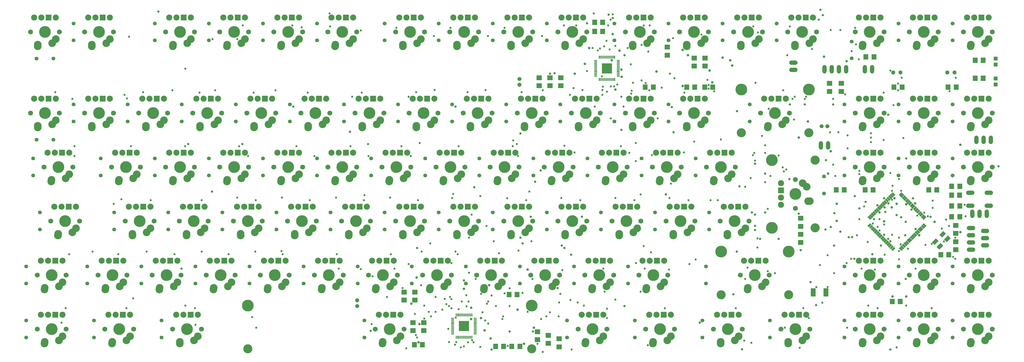
<source format=gbr>
G75*
%MOIN*%
%OFA0B0*%
%FSLAX25Y25*%
%IPPOS*%
%LPD*%
%AMOC8*
5,1,8,0,0,1.08239X$1,22.5*
%
%ADD10C,0.06165*%
%ADD11C,0.16339*%
%ADD12C,0.06890*%
%ADD13C,0.10591*%
%ADD14C,0.08465*%
%ADD15R,0.08465X0.08465*%
%ADD16C,0.12598*%
%ADD17R,0.07677X0.06890*%
%ADD18R,0.06890X0.07677*%
%ADD19OC8,0.05591*%
%ADD20C,0.05591*%
%ADD21C,0.05315*%
%ADD22R,0.02791X0.05291*%
%ADD23R,0.05291X0.02791*%
%ADD24OC8,0.05365*%
%ADD25R,0.06891X0.05191*%
%ADD26R,0.07200X0.00600*%
%ADD27R,0.07677X0.05315*%
%ADD28R,0.07689X0.06890*%
%ADD29R,0.06890X0.07689*%
%ADD30R,0.01575X0.03937*%
%ADD31R,0.03937X0.01575*%
%ADD32R,0.14370X0.14370*%
%ADD33R,0.05315X0.05315*%
%ADD34C,0.03471*%
%ADD35OC8,0.03471*%
%ADD36C,0.02953*%
%ADD37C,0.02972*%
%ADD38C,0.03172*%
D10*
X1110089Y0289465D02*
X1110089Y0295039D01*
X1120089Y0295039D02*
X1120089Y0289465D01*
X1314438Y0226275D02*
X1320012Y0226275D01*
X1340038Y0226275D02*
X1345612Y0226275D01*
X1345612Y0208475D02*
X1340038Y0208475D01*
X1340025Y0200162D02*
X1340025Y0194588D01*
X1330025Y0194588D02*
X1330025Y0200162D01*
X1320025Y0200162D02*
X1320025Y0194588D01*
X1320012Y0208475D02*
X1314438Y0208475D01*
X1315313Y0177380D02*
X1320888Y0177380D01*
X1334802Y0173310D02*
X1340376Y0173310D01*
X1340376Y0163310D02*
X1334802Y0163310D01*
X1320888Y0167380D02*
X1315313Y0167380D01*
X1315313Y0157380D02*
X1320888Y0157380D01*
X1334802Y0153310D02*
X1340376Y0153310D01*
X1320888Y0147380D02*
X1315313Y0147380D01*
X1325650Y0297088D02*
X1325650Y0302662D01*
X1335650Y0302662D02*
X1335650Y0297088D01*
X1345650Y0297088D02*
X1345650Y0302662D01*
X1180901Y0395213D02*
X1180901Y0400787D01*
X1170901Y0400787D02*
X1170901Y0395213D01*
X1145089Y0395213D02*
X1145089Y0400787D01*
X1135089Y0400787D02*
X1135089Y0395213D01*
X1125089Y0395213D02*
X1125089Y0400787D01*
X1115089Y0400787D02*
X1115089Y0395213D01*
X1074550Y0397213D02*
X1068975Y0397213D01*
X1068975Y0407213D02*
X1074550Y0407213D01*
D11*
X1093298Y0369693D03*
X1046447Y0337252D03*
X0999597Y0369693D03*
X0933967Y0337252D03*
X0858967Y0337252D03*
X0783967Y0337252D03*
X0708967Y0337252D03*
X0633967Y0337252D03*
X0558967Y0337252D03*
X0483967Y0337252D03*
X0408967Y0337252D03*
X0333967Y0337252D03*
X0258967Y0337252D03*
X0183967Y0337252D03*
X0108967Y0337252D03*
X0033967Y0337252D03*
X0052707Y0262252D03*
X0146447Y0262252D03*
X0221447Y0262252D03*
X0296447Y0262252D03*
X0371447Y0262252D03*
X0446447Y0262252D03*
X0521447Y0262252D03*
X0596447Y0262252D03*
X0671447Y0262252D03*
X0746447Y0262252D03*
X0821447Y0262252D03*
X0896447Y0262252D03*
X0971447Y0262252D03*
X1042117Y0271602D03*
X1074557Y0224752D03*
X0990187Y0187252D03*
X1042117Y0177902D03*
X1065187Y0144693D03*
X1018337Y0112252D03*
X0971487Y0144693D03*
X0877707Y0112252D03*
X0802707Y0112252D03*
X0727707Y0112252D03*
X0652707Y0112252D03*
X0577707Y0112252D03*
X0502707Y0112252D03*
X0427707Y0112252D03*
X0352707Y0112252D03*
X0277707Y0112252D03*
X0202707Y0112252D03*
X0127707Y0112252D03*
X0043337Y0112252D03*
X0062077Y0187252D03*
X0165187Y0187252D03*
X0240187Y0187252D03*
X0315187Y0187252D03*
X0390187Y0187252D03*
X0465187Y0187252D03*
X0540187Y0187252D03*
X0615187Y0187252D03*
X0690187Y0187252D03*
X0765187Y0187252D03*
X0840187Y0187252D03*
X0915187Y0187252D03*
X1177707Y0262252D03*
X1252707Y0262252D03*
X1327707Y0262252D03*
X1327707Y0337252D03*
X1252707Y0337252D03*
X1177707Y0337252D03*
X1177707Y0449752D03*
X1252707Y0449752D03*
X1327707Y0449752D03*
X1083967Y0449752D03*
X1008967Y0449752D03*
X0933967Y0449752D03*
X0858967Y0449752D03*
X0765187Y0449752D03*
X0690187Y0449752D03*
X0615187Y0449752D03*
X0540187Y0449752D03*
X0446447Y0449752D03*
X0371447Y0449752D03*
X0296447Y0449752D03*
X0221447Y0449752D03*
X0108967Y0449752D03*
X0033967Y0449752D03*
X0315227Y0069693D03*
X0230817Y0037252D03*
X0137077Y0037252D03*
X0043337Y0037252D03*
X0512077Y0037252D03*
X0708928Y0069693D03*
X0793337Y0037252D03*
X0887077Y0037252D03*
X0980817Y0037252D03*
X1074557Y0037252D03*
X1177707Y0037252D03*
X1252707Y0037252D03*
X1327707Y0037252D03*
X1327707Y0112252D03*
X1252707Y0112252D03*
X1177707Y0112252D03*
D12*
X1197707Y0112252D03*
X1232707Y0112252D03*
X1272707Y0112252D03*
X1307707Y0112252D03*
X1347707Y0112252D03*
X1157707Y0112252D03*
X1038337Y0112252D03*
X0998337Y0112252D03*
X0897707Y0112252D03*
X0857707Y0112252D03*
X0822707Y0112252D03*
X0782707Y0112252D03*
X0747707Y0112252D03*
X0707707Y0112252D03*
X0672707Y0112252D03*
X0632707Y0112252D03*
X0597707Y0112252D03*
X0557707Y0112252D03*
X0522707Y0112252D03*
X0482707Y0112252D03*
X0447707Y0112252D03*
X0407707Y0112252D03*
X0372707Y0112252D03*
X0332707Y0112252D03*
X0297707Y0112252D03*
X0257707Y0112252D03*
X0222707Y0112252D03*
X0182707Y0112252D03*
X0147707Y0112252D03*
X0107707Y0112252D03*
X0063337Y0112252D03*
X0023337Y0112252D03*
X0042077Y0187252D03*
X0082077Y0187252D03*
X0145187Y0187252D03*
X0185187Y0187252D03*
X0220187Y0187252D03*
X0260187Y0187252D03*
X0295187Y0187252D03*
X0335187Y0187252D03*
X0370187Y0187252D03*
X0410187Y0187252D03*
X0445187Y0187252D03*
X0485187Y0187252D03*
X0520187Y0187252D03*
X0560187Y0187252D03*
X0595187Y0187252D03*
X0635187Y0187252D03*
X0670187Y0187252D03*
X0710187Y0187252D03*
X0745187Y0187252D03*
X0785187Y0187252D03*
X0820187Y0187252D03*
X0860187Y0187252D03*
X0895187Y0187252D03*
X0935187Y0187252D03*
X0970187Y0187252D03*
X1010187Y0187252D03*
X1074557Y0204752D03*
X1074557Y0244752D03*
X0991447Y0262252D03*
X0951447Y0262252D03*
X0916447Y0262252D03*
X0876447Y0262252D03*
X0841447Y0262252D03*
X0801447Y0262252D03*
X0766447Y0262252D03*
X0726447Y0262252D03*
X0691447Y0262252D03*
X0651447Y0262252D03*
X0616447Y0262252D03*
X0576447Y0262252D03*
X0541447Y0262252D03*
X0501447Y0262252D03*
X0466447Y0262252D03*
X0426447Y0262252D03*
X0391447Y0262252D03*
X0351447Y0262252D03*
X0316447Y0262252D03*
X0276447Y0262252D03*
X0241447Y0262252D03*
X0201447Y0262252D03*
X0166447Y0262252D03*
X0126447Y0262252D03*
X0072707Y0262252D03*
X0032707Y0262252D03*
X0013967Y0337252D03*
X0053967Y0337252D03*
X0088967Y0337252D03*
X0128967Y0337252D03*
X0163967Y0337252D03*
X0203967Y0337252D03*
X0238967Y0337252D03*
X0278967Y0337252D03*
X0313967Y0337252D03*
X0353967Y0337252D03*
X0388967Y0337252D03*
X0428967Y0337252D03*
X0463967Y0337252D03*
X0503967Y0337252D03*
X0538967Y0337252D03*
X0578967Y0337252D03*
X0613967Y0337252D03*
X0653967Y0337252D03*
X0688967Y0337252D03*
X0728967Y0337252D03*
X0763967Y0337252D03*
X0803967Y0337252D03*
X0838967Y0337252D03*
X0878967Y0337252D03*
X0913967Y0337252D03*
X0953967Y0337252D03*
X1026447Y0337252D03*
X1066447Y0337252D03*
X1157707Y0337252D03*
X1197707Y0337252D03*
X1232707Y0337252D03*
X1272707Y0337252D03*
X1307707Y0337252D03*
X1347707Y0337252D03*
X1347707Y0262252D03*
X1307707Y0262252D03*
X1272707Y0262252D03*
X1232707Y0262252D03*
X1197707Y0262252D03*
X1157707Y0262252D03*
X1157707Y0449752D03*
X1197707Y0449752D03*
X1232707Y0449752D03*
X1272707Y0449752D03*
X1307707Y0449752D03*
X1347707Y0449752D03*
X1103967Y0449752D03*
X1063967Y0449752D03*
X1028967Y0449752D03*
X0988967Y0449752D03*
X0953967Y0449752D03*
X0913967Y0449752D03*
X0878967Y0449752D03*
X0838967Y0449752D03*
X0785187Y0449752D03*
X0745187Y0449752D03*
X0710187Y0449752D03*
X0670187Y0449752D03*
X0635187Y0449752D03*
X0595187Y0449752D03*
X0560187Y0449752D03*
X0520187Y0449752D03*
X0466447Y0449752D03*
X0426447Y0449752D03*
X0391447Y0449752D03*
X0351447Y0449752D03*
X0316447Y0449752D03*
X0276447Y0449752D03*
X0241447Y0449752D03*
X0201447Y0449752D03*
X0128967Y0449752D03*
X0088967Y0449752D03*
X0053967Y0449752D03*
X0013967Y0449752D03*
X0023337Y0037252D03*
X0063337Y0037252D03*
X0117077Y0037252D03*
X0157077Y0037252D03*
X0210817Y0037252D03*
X0250817Y0037252D03*
X0492077Y0037252D03*
X0532077Y0037252D03*
X0773337Y0037252D03*
X0813337Y0037252D03*
X0867077Y0037252D03*
X0907077Y0037252D03*
X0960817Y0037252D03*
X1000817Y0037252D03*
X1054557Y0037252D03*
X1094557Y0037252D03*
X1157707Y0037252D03*
X1197707Y0037252D03*
X1232707Y0037252D03*
X1272707Y0037252D03*
X1307707Y0037252D03*
X1347707Y0037252D03*
D13*
X0033337Y0017252D03*
X0033494Y0019535D03*
X0053180Y0021504D03*
X0058337Y0027252D03*
X0127235Y0019535D03*
X0127077Y0017252D03*
X0146920Y0021504D03*
X0152077Y0027252D03*
X0220975Y0019535D03*
X0220817Y0017252D03*
X0240660Y0021504D03*
X0245817Y0027252D03*
X0267707Y0092252D03*
X0267865Y0094535D03*
X0287550Y0096504D03*
X0292707Y0102252D03*
X0342865Y0094535D03*
X0342707Y0092252D03*
X0362550Y0096504D03*
X0367707Y0102252D03*
X0417865Y0094535D03*
X0417707Y0092252D03*
X0437550Y0096504D03*
X0442707Y0102252D03*
X0492865Y0094535D03*
X0492707Y0092252D03*
X0512550Y0096504D03*
X0517707Y0102252D03*
X0567865Y0094535D03*
X0567707Y0092252D03*
X0587550Y0096504D03*
X0592707Y0102252D03*
X0642865Y0094535D03*
X0642707Y0092252D03*
X0662550Y0096504D03*
X0667707Y0102252D03*
X0717865Y0094535D03*
X0717707Y0092252D03*
X0737550Y0096504D03*
X0742707Y0102252D03*
X0792865Y0094535D03*
X0792707Y0092252D03*
X0812550Y0096504D03*
X0817707Y0102252D03*
X0867865Y0094535D03*
X0867707Y0092252D03*
X0887550Y0096504D03*
X0892707Y0102252D03*
X1008494Y0094535D03*
X1008337Y0092252D03*
X1028180Y0096504D03*
X1033337Y0102252D03*
X1167707Y0092252D03*
X1167865Y0094535D03*
X1187550Y0096504D03*
X1192707Y0102252D03*
X1242865Y0094535D03*
X1242707Y0092252D03*
X1262550Y0096504D03*
X1267707Y0102252D03*
X1317865Y0094535D03*
X1317707Y0092252D03*
X1337550Y0096504D03*
X1342707Y0102252D03*
X1342707Y0027252D03*
X1337550Y0021504D03*
X1317865Y0019535D03*
X1317707Y0017252D03*
X1267707Y0027252D03*
X1262550Y0021504D03*
X1242865Y0019535D03*
X1242707Y0017252D03*
X1192707Y0027252D03*
X1187550Y0021504D03*
X1167865Y0019535D03*
X1167707Y0017252D03*
X1089557Y0027252D03*
X1084400Y0021504D03*
X1064715Y0019535D03*
X1064557Y0017252D03*
X0995817Y0027252D03*
X0990660Y0021504D03*
X0970975Y0019535D03*
X0970817Y0017252D03*
X0902077Y0027252D03*
X0896920Y0021504D03*
X0877235Y0019535D03*
X0877077Y0017252D03*
X0808337Y0027252D03*
X0803180Y0021504D03*
X0783494Y0019535D03*
X0783337Y0017252D03*
X0527077Y0027252D03*
X0521920Y0021504D03*
X0502235Y0019535D03*
X0502077Y0017252D03*
X0217707Y0102252D03*
X0212550Y0096504D03*
X0192865Y0094535D03*
X0192707Y0092252D03*
X0142707Y0102252D03*
X0137550Y0096504D03*
X0117865Y0094535D03*
X0117707Y0092252D03*
X0058337Y0102252D03*
X0053180Y0096504D03*
X0033494Y0094535D03*
X0033337Y0092252D03*
X0052077Y0167252D03*
X0052235Y0169535D03*
X0071920Y0171504D03*
X0077077Y0177252D03*
X0155345Y0169535D03*
X0155187Y0167252D03*
X0175030Y0171504D03*
X0180187Y0177252D03*
X0230345Y0169535D03*
X0230187Y0167252D03*
X0250030Y0171504D03*
X0255187Y0177252D03*
X0305345Y0169535D03*
X0305187Y0167252D03*
X0325030Y0171504D03*
X0330187Y0177252D03*
X0380345Y0169535D03*
X0380187Y0167252D03*
X0400030Y0171504D03*
X0405187Y0177252D03*
X0455345Y0169535D03*
X0455187Y0167252D03*
X0475030Y0171504D03*
X0480187Y0177252D03*
X0530345Y0169535D03*
X0530187Y0167252D03*
X0550030Y0171504D03*
X0555187Y0177252D03*
X0605345Y0169535D03*
X0605187Y0167252D03*
X0625030Y0171504D03*
X0630187Y0177252D03*
X0680345Y0169535D03*
X0680187Y0167252D03*
X0700030Y0171504D03*
X0705187Y0177252D03*
X0755345Y0169535D03*
X0755187Y0167252D03*
X0775030Y0171504D03*
X0780187Y0177252D03*
X0830345Y0169535D03*
X0830187Y0167252D03*
X0850030Y0171504D03*
X0855187Y0177252D03*
X0905345Y0169535D03*
X0905187Y0167252D03*
X0925030Y0171504D03*
X0930187Y0177252D03*
X0980345Y0169535D03*
X0980187Y0167252D03*
X1000030Y0171504D03*
X1005187Y0177252D03*
X1092274Y0214909D03*
X1094557Y0214752D03*
X1090306Y0234594D03*
X1084557Y0239752D03*
X1167707Y0242252D03*
X1167865Y0244535D03*
X1187550Y0246504D03*
X1192707Y0252252D03*
X1242865Y0244535D03*
X1242707Y0242252D03*
X1262550Y0246504D03*
X1267707Y0252252D03*
X1317865Y0244535D03*
X1317707Y0242252D03*
X1337550Y0246504D03*
X1342707Y0252252D03*
X1317707Y0317252D03*
X1317865Y0319535D03*
X1337550Y0321504D03*
X1342707Y0327252D03*
X1267707Y0327252D03*
X1262550Y0321504D03*
X1242865Y0319535D03*
X1242707Y0317252D03*
X1192707Y0327252D03*
X1187550Y0321504D03*
X1167865Y0319535D03*
X1167707Y0317252D03*
X1061447Y0327252D03*
X1056290Y0321504D03*
X1036605Y0319535D03*
X1036447Y0317252D03*
X0948967Y0327252D03*
X0943809Y0321504D03*
X0924124Y0319535D03*
X0923967Y0317252D03*
X0873967Y0327252D03*
X0868809Y0321504D03*
X0849124Y0319535D03*
X0848967Y0317252D03*
X0798967Y0327252D03*
X0793809Y0321504D03*
X0774124Y0319535D03*
X0773967Y0317252D03*
X0723967Y0327252D03*
X0718809Y0321504D03*
X0699124Y0319535D03*
X0698967Y0317252D03*
X0648967Y0327252D03*
X0643809Y0321504D03*
X0624124Y0319535D03*
X0623967Y0317252D03*
X0573967Y0327252D03*
X0568809Y0321504D03*
X0549124Y0319535D03*
X0548967Y0317252D03*
X0498967Y0327252D03*
X0493809Y0321504D03*
X0474124Y0319535D03*
X0473967Y0317252D03*
X0423967Y0327252D03*
X0418809Y0321504D03*
X0399124Y0319535D03*
X0398967Y0317252D03*
X0348967Y0327252D03*
X0343809Y0321504D03*
X0324124Y0319535D03*
X0323967Y0317252D03*
X0273967Y0327252D03*
X0268809Y0321504D03*
X0249124Y0319535D03*
X0248967Y0317252D03*
X0198967Y0327252D03*
X0193809Y0321504D03*
X0174124Y0319535D03*
X0173967Y0317252D03*
X0123967Y0327252D03*
X0118809Y0321504D03*
X0099124Y0319535D03*
X0098967Y0317252D03*
X0048967Y0327252D03*
X0043809Y0321504D03*
X0024124Y0319535D03*
X0023967Y0317252D03*
X0067707Y0252252D03*
X0062550Y0246504D03*
X0042865Y0244535D03*
X0042707Y0242252D03*
X0136447Y0242252D03*
X0136605Y0244535D03*
X0156290Y0246504D03*
X0161447Y0252252D03*
X0211605Y0244535D03*
X0211447Y0242252D03*
X0231290Y0246504D03*
X0236447Y0252252D03*
X0286605Y0244535D03*
X0286447Y0242252D03*
X0306290Y0246504D03*
X0311447Y0252252D03*
X0361605Y0244535D03*
X0361447Y0242252D03*
X0381290Y0246504D03*
X0386447Y0252252D03*
X0436605Y0244535D03*
X0436447Y0242252D03*
X0456290Y0246504D03*
X0461447Y0252252D03*
X0511605Y0244535D03*
X0511447Y0242252D03*
X0531290Y0246504D03*
X0536447Y0252252D03*
X0586447Y0242252D03*
X0586605Y0244535D03*
X0606290Y0246504D03*
X0611447Y0252252D03*
X0661605Y0244535D03*
X0661447Y0242252D03*
X0681290Y0246504D03*
X0686447Y0252252D03*
X0736447Y0242252D03*
X0736605Y0244535D03*
X0756290Y0246504D03*
X0761447Y0252252D03*
X0811605Y0244535D03*
X0811447Y0242252D03*
X0831290Y0246504D03*
X0836447Y0252252D03*
X0886447Y0242252D03*
X0886605Y0244535D03*
X0906290Y0246504D03*
X0911447Y0252252D03*
X0961605Y0244535D03*
X0961447Y0242252D03*
X0981290Y0246504D03*
X0986447Y0252252D03*
X0998967Y0429752D03*
X0999124Y0432035D03*
X1018809Y0434004D03*
X1023967Y0439752D03*
X1074124Y0432035D03*
X1073967Y0429752D03*
X1093809Y0434004D03*
X1098967Y0439752D03*
X1167865Y0432035D03*
X1167707Y0429752D03*
X1187550Y0434004D03*
X1192707Y0439752D03*
X1242865Y0432035D03*
X1242707Y0429752D03*
X1262550Y0434004D03*
X1267707Y0439752D03*
X1317865Y0432035D03*
X1317707Y0429752D03*
X1337550Y0434004D03*
X1342707Y0439752D03*
X0948967Y0439752D03*
X0943809Y0434004D03*
X0924124Y0432035D03*
X0923967Y0429752D03*
X0873967Y0439752D03*
X0868809Y0434004D03*
X0849124Y0432035D03*
X0848967Y0429752D03*
X0780187Y0439752D03*
X0775030Y0434004D03*
X0755345Y0432035D03*
X0755187Y0429752D03*
X0705187Y0439752D03*
X0700030Y0434004D03*
X0680345Y0432035D03*
X0680187Y0429752D03*
X0630187Y0439752D03*
X0625030Y0434004D03*
X0605345Y0432035D03*
X0605187Y0429752D03*
X0555187Y0439752D03*
X0550030Y0434004D03*
X0530345Y0432035D03*
X0530187Y0429752D03*
X0461447Y0439752D03*
X0456290Y0434004D03*
X0436605Y0432035D03*
X0436447Y0429752D03*
X0386447Y0439752D03*
X0381290Y0434004D03*
X0361605Y0432035D03*
X0361447Y0429752D03*
X0311447Y0439752D03*
X0306290Y0434004D03*
X0286605Y0432035D03*
X0286447Y0429752D03*
X0236447Y0439752D03*
X0231290Y0434004D03*
X0211605Y0432035D03*
X0211447Y0429752D03*
X0123967Y0439752D03*
X0118809Y0434004D03*
X0099124Y0432035D03*
X0098967Y0429752D03*
X0048967Y0439752D03*
X0043809Y0434004D03*
X0024124Y0432035D03*
X0023967Y0429752D03*
D14*
X0028967Y0469752D03*
X0018967Y0469752D03*
X0048967Y0469752D03*
X0093967Y0469752D03*
X0103967Y0469752D03*
X0123967Y0469752D03*
X0206447Y0469752D03*
X0216447Y0469752D03*
X0236447Y0469752D03*
X0281447Y0469752D03*
X0291447Y0469752D03*
X0311447Y0469752D03*
X0356447Y0469752D03*
X0366447Y0469752D03*
X0386447Y0469752D03*
X0431447Y0469752D03*
X0441447Y0469752D03*
X0461447Y0469752D03*
X0525187Y0469752D03*
X0535187Y0469752D03*
X0555187Y0469752D03*
X0600187Y0469752D03*
X0610187Y0469752D03*
X0630187Y0469752D03*
X0675187Y0469752D03*
X0685187Y0469752D03*
X0705187Y0469752D03*
X0750187Y0469752D03*
X0760187Y0469752D03*
X0780187Y0469752D03*
X0843967Y0469752D03*
X0853967Y0469752D03*
X0873967Y0469752D03*
X0918967Y0469752D03*
X0928967Y0469752D03*
X0948967Y0469752D03*
X0993967Y0469752D03*
X1003967Y0469752D03*
X1023967Y0469752D03*
X1068967Y0469752D03*
X1078967Y0469752D03*
X1098967Y0469752D03*
X1162707Y0469752D03*
X1172707Y0469752D03*
X1192707Y0469752D03*
X1237707Y0469752D03*
X1247707Y0469752D03*
X1267707Y0469752D03*
X1312707Y0469752D03*
X1322707Y0469752D03*
X1342707Y0469752D03*
X1342707Y0357252D03*
X1322707Y0357252D03*
X1312707Y0357252D03*
X1267707Y0357252D03*
X1247707Y0357252D03*
X1237707Y0357252D03*
X1192707Y0357252D03*
X1172707Y0357252D03*
X1162707Y0357252D03*
X1061447Y0357252D03*
X1041447Y0357252D03*
X1031447Y0357252D03*
X0948967Y0357252D03*
X0928967Y0357252D03*
X0918967Y0357252D03*
X0873967Y0357252D03*
X0853967Y0357252D03*
X0843967Y0357252D03*
X0798967Y0357252D03*
X0778967Y0357252D03*
X0768967Y0357252D03*
X0723967Y0357252D03*
X0703967Y0357252D03*
X0693967Y0357252D03*
X0648967Y0357252D03*
X0628967Y0357252D03*
X0618967Y0357252D03*
X0573967Y0357252D03*
X0553967Y0357252D03*
X0543967Y0357252D03*
X0498967Y0357252D03*
X0478967Y0357252D03*
X0468967Y0357252D03*
X0423967Y0357252D03*
X0403967Y0357252D03*
X0393967Y0357252D03*
X0348967Y0357252D03*
X0328967Y0357252D03*
X0318967Y0357252D03*
X0273967Y0357252D03*
X0253967Y0357252D03*
X0243967Y0357252D03*
X0198967Y0357252D03*
X0178967Y0357252D03*
X0168967Y0357252D03*
X0123967Y0357252D03*
X0103967Y0357252D03*
X0093967Y0357252D03*
X0048967Y0357252D03*
X0028967Y0357252D03*
X0018967Y0357252D03*
X0037707Y0282252D03*
X0047707Y0282252D03*
X0067707Y0282252D03*
X0131447Y0282252D03*
X0141447Y0282252D03*
X0161447Y0282252D03*
X0206447Y0282252D03*
X0216447Y0282252D03*
X0236447Y0282252D03*
X0281447Y0282252D03*
X0291447Y0282252D03*
X0311447Y0282252D03*
X0356447Y0282252D03*
X0366447Y0282252D03*
X0386447Y0282252D03*
X0431447Y0282252D03*
X0441447Y0282252D03*
X0461447Y0282252D03*
X0506447Y0282252D03*
X0516447Y0282252D03*
X0536447Y0282252D03*
X0581447Y0282252D03*
X0591447Y0282252D03*
X0611447Y0282252D03*
X0656447Y0282252D03*
X0666447Y0282252D03*
X0686447Y0282252D03*
X0731447Y0282252D03*
X0741447Y0282252D03*
X0761447Y0282252D03*
X0806447Y0282252D03*
X0816447Y0282252D03*
X0836447Y0282252D03*
X0881447Y0282252D03*
X0891447Y0282252D03*
X0911447Y0282252D03*
X0956447Y0282252D03*
X0966447Y0282252D03*
X0986447Y0282252D03*
X1054557Y0239752D03*
X1054557Y0219752D03*
X1054557Y0209752D03*
X1005187Y0207252D03*
X0985187Y0207252D03*
X0975187Y0207252D03*
X0930187Y0207252D03*
X0910187Y0207252D03*
X0900187Y0207252D03*
X0855187Y0207252D03*
X0835187Y0207252D03*
X0825187Y0207252D03*
X0780187Y0207252D03*
X0760187Y0207252D03*
X0750187Y0207252D03*
X0705187Y0207252D03*
X0685187Y0207252D03*
X0675187Y0207252D03*
X0630187Y0207252D03*
X0610187Y0207252D03*
X0600187Y0207252D03*
X0555187Y0207252D03*
X0535187Y0207252D03*
X0525187Y0207252D03*
X0480187Y0207252D03*
X0460187Y0207252D03*
X0450187Y0207252D03*
X0405187Y0207252D03*
X0385187Y0207252D03*
X0375187Y0207252D03*
X0330187Y0207252D03*
X0310187Y0207252D03*
X0300187Y0207252D03*
X0255187Y0207252D03*
X0235187Y0207252D03*
X0225187Y0207252D03*
X0180187Y0207252D03*
X0160187Y0207252D03*
X0150187Y0207252D03*
X0077077Y0207252D03*
X0057077Y0207252D03*
X0047077Y0207252D03*
X0038337Y0132252D03*
X0028337Y0132252D03*
X0058337Y0132252D03*
X0112707Y0132252D03*
X0122707Y0132252D03*
X0142707Y0132252D03*
X0187707Y0132252D03*
X0197707Y0132252D03*
X0217707Y0132252D03*
X0262707Y0132252D03*
X0272707Y0132252D03*
X0292707Y0132252D03*
X0337707Y0132252D03*
X0347707Y0132252D03*
X0367707Y0132252D03*
X0412707Y0132252D03*
X0422707Y0132252D03*
X0442707Y0132252D03*
X0487707Y0132252D03*
X0497707Y0132252D03*
X0517707Y0132252D03*
X0562707Y0132252D03*
X0572707Y0132252D03*
X0592707Y0132252D03*
X0637707Y0132252D03*
X0647707Y0132252D03*
X0667707Y0132252D03*
X0712707Y0132252D03*
X0722707Y0132252D03*
X0742707Y0132252D03*
X0787707Y0132252D03*
X0797707Y0132252D03*
X0817707Y0132252D03*
X0862707Y0132252D03*
X0872707Y0132252D03*
X0892707Y0132252D03*
X1003337Y0132252D03*
X1013337Y0132252D03*
X1033337Y0132252D03*
X1162707Y0132252D03*
X1172707Y0132252D03*
X1192707Y0132252D03*
X1237707Y0132252D03*
X1247707Y0132252D03*
X1267707Y0132252D03*
X1312707Y0132252D03*
X1322707Y0132252D03*
X1342707Y0132252D03*
X1342707Y0057252D03*
X1322707Y0057252D03*
X1312707Y0057252D03*
X1267707Y0057252D03*
X1247707Y0057252D03*
X1237707Y0057252D03*
X1192707Y0057252D03*
X1172707Y0057252D03*
X1162707Y0057252D03*
X1089557Y0057252D03*
X1069557Y0057252D03*
X1059557Y0057252D03*
X0995817Y0057252D03*
X0975817Y0057252D03*
X0965817Y0057252D03*
X0902077Y0057252D03*
X0882077Y0057252D03*
X0872077Y0057252D03*
X0808337Y0057252D03*
X0788337Y0057252D03*
X0778337Y0057252D03*
X0527077Y0057252D03*
X0507077Y0057252D03*
X0497077Y0057252D03*
X0245817Y0057252D03*
X0225817Y0057252D03*
X0215817Y0057252D03*
X0152077Y0057252D03*
X0132077Y0057252D03*
X0122077Y0057252D03*
X0058337Y0057252D03*
X0038337Y0057252D03*
X0028337Y0057252D03*
X1162707Y0282252D03*
X1172707Y0282252D03*
X1192707Y0282252D03*
X1237707Y0282252D03*
X1247707Y0282252D03*
X1267707Y0282252D03*
X1312707Y0282252D03*
X1322707Y0282252D03*
X1342707Y0282252D03*
D15*
X1332707Y0282252D03*
X1257707Y0282252D03*
X1182707Y0282252D03*
X1054557Y0229752D03*
X0995187Y0207252D03*
X0920187Y0207252D03*
X0845187Y0207252D03*
X0770187Y0207252D03*
X0695187Y0207252D03*
X0620187Y0207252D03*
X0545187Y0207252D03*
X0470187Y0207252D03*
X0395187Y0207252D03*
X0320187Y0207252D03*
X0245187Y0207252D03*
X0170187Y0207252D03*
X0067077Y0207252D03*
X0048337Y0132252D03*
X0132707Y0132252D03*
X0207707Y0132252D03*
X0282707Y0132252D03*
X0357707Y0132252D03*
X0432707Y0132252D03*
X0507707Y0132252D03*
X0582707Y0132252D03*
X0657707Y0132252D03*
X0732707Y0132252D03*
X0807707Y0132252D03*
X0882707Y0132252D03*
X1023337Y0132252D03*
X1182707Y0132252D03*
X1257707Y0132252D03*
X1332707Y0132252D03*
X1332707Y0057252D03*
X1257707Y0057252D03*
X1182707Y0057252D03*
X1079557Y0057252D03*
X0985817Y0057252D03*
X0892077Y0057252D03*
X0798337Y0057252D03*
X0517077Y0057252D03*
X0235817Y0057252D03*
X0142077Y0057252D03*
X0048337Y0057252D03*
X0057707Y0282252D03*
X0151447Y0282252D03*
X0226447Y0282252D03*
X0301447Y0282252D03*
X0376447Y0282252D03*
X0451447Y0282252D03*
X0526447Y0282252D03*
X0601447Y0282252D03*
X0676447Y0282252D03*
X0751447Y0282252D03*
X0826447Y0282252D03*
X0901447Y0282252D03*
X0976447Y0282252D03*
X0938967Y0357252D03*
X0863967Y0357252D03*
X0788967Y0357252D03*
X0713967Y0357252D03*
X0638967Y0357252D03*
X0563967Y0357252D03*
X0488967Y0357252D03*
X0413967Y0357252D03*
X0338967Y0357252D03*
X0263967Y0357252D03*
X0188967Y0357252D03*
X0113967Y0357252D03*
X0038967Y0357252D03*
X0038967Y0469752D03*
X0113967Y0469752D03*
X0226447Y0469752D03*
X0301447Y0469752D03*
X0376447Y0469752D03*
X0451447Y0469752D03*
X0545187Y0469752D03*
X0620187Y0469752D03*
X0695187Y0469752D03*
X0770187Y0469752D03*
X0863967Y0469752D03*
X0938967Y0469752D03*
X1013967Y0469752D03*
X1088967Y0469752D03*
X1182707Y0469752D03*
X1257707Y0469752D03*
X1332707Y0469752D03*
X1332707Y0357252D03*
X1257707Y0357252D03*
X1182707Y0357252D03*
X1051447Y0357252D03*
D16*
X1093298Y0309693D03*
X0999597Y0309693D03*
X1102117Y0271602D03*
X1102117Y0177902D03*
X1065187Y0084693D03*
X0971487Y0084693D03*
X0708928Y0009693D03*
X0315227Y0009693D03*
D17*
X0531900Y0077488D03*
X0546900Y0077488D03*
X0546900Y0088512D03*
X0531900Y0088512D03*
X0544400Y0046012D03*
X0544400Y0034988D03*
X0559400Y0034988D03*
X0559400Y0046012D03*
X0716900Y0033512D03*
X0731900Y0028512D03*
X0716900Y0022488D03*
X0731900Y0017488D03*
X1296900Y0147488D03*
X1296900Y0158512D03*
X1296900Y0169988D03*
X1296900Y0181012D03*
X0749400Y0374988D03*
X0734400Y0374988D03*
X0719400Y0374988D03*
X0719400Y0386012D03*
X0734400Y0386012D03*
X0749400Y0386012D03*
X0934400Y0402488D03*
X0949400Y0402488D03*
X0949400Y0413512D03*
X0934400Y0413512D03*
D18*
X0807412Y0450500D03*
X0796388Y0450500D03*
X0796388Y0463000D03*
X0807412Y0463000D03*
X1131388Y0230500D03*
X1142412Y0230500D03*
X1171388Y0230500D03*
X1182412Y0230500D03*
X1259764Y0230313D03*
X1270788Y0230313D03*
X1291388Y0223000D03*
X1302412Y0223000D03*
X1287412Y0140500D03*
X1276388Y0140500D03*
X1219912Y0075500D03*
X1208888Y0075500D03*
X0557412Y0015500D03*
X0546388Y0015500D03*
D19*
X0466900Y0077000D03*
X1119089Y0318689D03*
X0691900Y0376500D03*
D20*
X0691900Y0384500D03*
X1111089Y0318689D03*
X0466900Y0069000D03*
D21*
X0476841Y0049063D03*
X0476841Y0025441D03*
X0467471Y0100441D03*
X0467471Y0124063D03*
X0542471Y0124063D03*
X0542471Y0100441D03*
X0617471Y0100441D03*
X0617471Y0124063D03*
X0692471Y0124063D03*
X0692471Y0100441D03*
X0767471Y0100441D03*
X0767471Y0124063D03*
X0842471Y0124063D03*
X0842471Y0100441D03*
X0950601Y0100441D03*
X0950601Y0124063D03*
X0954951Y0175441D03*
X0954951Y0199063D03*
X0879951Y0199063D03*
X0879951Y0175441D03*
X0804951Y0175441D03*
X0804951Y0199063D03*
X0729951Y0199063D03*
X0729951Y0175441D03*
X0654951Y0175441D03*
X0654951Y0199063D03*
X0579951Y0199063D03*
X0579951Y0175441D03*
X0504951Y0175441D03*
X0504951Y0199063D03*
X0429951Y0199063D03*
X0429951Y0175441D03*
X0354951Y0175441D03*
X0354951Y0199063D03*
X0279951Y0199063D03*
X0279951Y0175441D03*
X0204951Y0175441D03*
X0204951Y0199063D03*
X0129951Y0199063D03*
X0129951Y0175441D03*
X0026841Y0175441D03*
X0026841Y0199063D03*
X0017471Y0250441D03*
X0017471Y0274063D03*
X0022156Y0300175D03*
X0045778Y0300175D03*
X0111211Y0274063D03*
X0111211Y0250441D03*
X0186211Y0250441D03*
X0186211Y0274063D03*
X0261211Y0274063D03*
X0261211Y0250441D03*
X0336211Y0250441D03*
X0336211Y0274063D03*
X0411211Y0274063D03*
X0411211Y0250441D03*
X0486211Y0250441D03*
X0486211Y0274063D03*
X0561211Y0274063D03*
X0561211Y0250441D03*
X0636211Y0250441D03*
X0636211Y0274063D03*
X0711211Y0274063D03*
X0711211Y0250441D03*
X0786211Y0250441D03*
X0786211Y0274063D03*
X0861211Y0274063D03*
X0861211Y0250441D03*
X0936211Y0250441D03*
X0936211Y0274063D03*
X0898731Y0325441D03*
X0898731Y0349063D03*
X0823731Y0349063D03*
X0823731Y0325441D03*
X0748731Y0325441D03*
X0748731Y0349063D03*
X0673731Y0349063D03*
X0673731Y0325441D03*
X0598731Y0325441D03*
X0598731Y0349063D03*
X0523731Y0349063D03*
X0523731Y0325441D03*
X0448731Y0325441D03*
X0448731Y0349063D03*
X0373731Y0349063D03*
X0373731Y0325441D03*
X0298731Y0325441D03*
X0298731Y0349063D03*
X0223731Y0349063D03*
X0223731Y0325441D03*
X0148731Y0325441D03*
X0148731Y0349063D03*
X0073731Y0349063D03*
X0073731Y0325441D03*
X0045778Y0412675D03*
X0022156Y0412675D03*
X0073731Y0437941D03*
X0073731Y0461563D03*
X0186211Y0461563D03*
X0186211Y0437941D03*
X0261211Y0437941D03*
X0261211Y0461563D03*
X0336211Y0461563D03*
X0336211Y0437941D03*
X0411211Y0437941D03*
X0411211Y0461563D03*
X0504951Y0461563D03*
X0504951Y0437941D03*
X0579951Y0437941D03*
X0579951Y0461563D03*
X0654951Y0461563D03*
X0654951Y0437941D03*
X0729951Y0437941D03*
X0729951Y0461563D03*
X0823731Y0461563D03*
X0823731Y0437941D03*
X0898731Y0437941D03*
X0898731Y0461563D03*
X0973731Y0461563D03*
X0973731Y0437941D03*
X1048731Y0437941D03*
X1048731Y0461563D03*
X1152471Y0436563D03*
X1152471Y0412941D03*
X1217471Y0437941D03*
X1217471Y0461563D03*
X1292471Y0461563D03*
X1292471Y0437941D03*
X1292471Y0349063D03*
X1292471Y0325441D03*
X1217471Y0325441D03*
X1217471Y0349063D03*
X1142471Y0349063D03*
X1142471Y0325441D03*
X1011211Y0325441D03*
X1011211Y0349063D03*
X1142471Y0274063D03*
X1142471Y0250441D03*
X1114321Y0249063D03*
X1114321Y0225441D03*
X1217471Y0250441D03*
X1217471Y0274063D03*
X1292471Y0274063D03*
X1292471Y0250441D03*
X1292471Y0124063D03*
X1292471Y0100441D03*
X1217471Y0100441D03*
X1217471Y0124063D03*
X1142471Y0124063D03*
X1142471Y0100441D03*
X1142471Y0049063D03*
X1142471Y0025441D03*
X1217471Y0025441D03*
X1217471Y0049063D03*
X1292471Y0049063D03*
X1292471Y0025441D03*
X1039321Y0025441D03*
X1039321Y0049063D03*
X0945581Y0049063D03*
X0945581Y0025441D03*
X0851841Y0025441D03*
X0851841Y0049063D03*
X0758101Y0049063D03*
X0758101Y0025441D03*
X0392471Y0100441D03*
X0392471Y0124063D03*
X0317471Y0124063D03*
X0317471Y0100441D03*
X0242471Y0100441D03*
X0242471Y0124063D03*
X0167471Y0124063D03*
X0167471Y0100441D03*
X0092471Y0100441D03*
X0092471Y0124063D03*
X0008101Y0124063D03*
X0008101Y0100441D03*
X0008101Y0049063D03*
X0008101Y0025441D03*
X0101841Y0025441D03*
X0101841Y0049063D03*
X0195581Y0049063D03*
X0195581Y0025441D03*
D22*
G36*
X1174624Y0192628D02*
X1176597Y0194601D01*
X1180336Y0190862D01*
X1178363Y0188889D01*
X1174624Y0192628D01*
G37*
G36*
X1176816Y0194820D02*
X1178789Y0196793D01*
X1182528Y0193054D01*
X1180555Y0191081D01*
X1176816Y0194820D01*
G37*
G36*
X1179008Y0197012D02*
X1180981Y0198985D01*
X1184720Y0195246D01*
X1182747Y0193273D01*
X1179008Y0197012D01*
G37*
G36*
X1181200Y0199204D02*
X1183173Y0201177D01*
X1186912Y0197438D01*
X1184939Y0195465D01*
X1181200Y0199204D01*
G37*
G36*
X1183392Y0201396D02*
X1185365Y0203369D01*
X1189104Y0199630D01*
X1187131Y0197657D01*
X1183392Y0201396D01*
G37*
G36*
X1185584Y0203588D02*
X1187557Y0205561D01*
X1191296Y0201822D01*
X1189323Y0199849D01*
X1185584Y0203588D01*
G37*
G36*
X1187776Y0205780D02*
X1189749Y0207753D01*
X1193488Y0204014D01*
X1191515Y0202041D01*
X1187776Y0205780D01*
G37*
G36*
X1189968Y0207972D02*
X1191941Y0209945D01*
X1195680Y0206206D01*
X1193707Y0204233D01*
X1189968Y0207972D01*
G37*
G36*
X1192160Y0210164D02*
X1194133Y0212137D01*
X1197872Y0208398D01*
X1195899Y0206425D01*
X1192160Y0210164D01*
G37*
G36*
X1194352Y0212356D02*
X1196325Y0214329D01*
X1200064Y0210590D01*
X1198091Y0208617D01*
X1194352Y0212356D01*
G37*
G36*
X1196544Y0214548D02*
X1198517Y0216521D01*
X1202256Y0212782D01*
X1200283Y0210809D01*
X1196544Y0214548D01*
G37*
G36*
X1198736Y0216740D02*
X1200709Y0218713D01*
X1204448Y0214974D01*
X1202475Y0213001D01*
X1198736Y0216740D01*
G37*
G36*
X1200928Y0218932D02*
X1202901Y0220905D01*
X1206640Y0217166D01*
X1204667Y0215193D01*
X1200928Y0218932D01*
G37*
G36*
X1203120Y0221124D02*
X1205093Y0223097D01*
X1208832Y0219358D01*
X1206859Y0217385D01*
X1203120Y0221124D01*
G37*
G36*
X1205312Y0223316D02*
X1207285Y0225289D01*
X1211024Y0221550D01*
X1209051Y0219577D01*
X1205312Y0223316D01*
G37*
G36*
X1207504Y0225508D02*
X1209477Y0227481D01*
X1213216Y0223742D01*
X1211243Y0221769D01*
X1207504Y0225508D01*
G37*
G36*
X1250708Y0182304D02*
X1252681Y0184277D01*
X1256420Y0180538D01*
X1254447Y0178565D01*
X1250708Y0182304D01*
G37*
G36*
X1248516Y0180112D02*
X1250489Y0182085D01*
X1254228Y0178346D01*
X1252255Y0176373D01*
X1248516Y0180112D01*
G37*
G36*
X1246324Y0177920D02*
X1248297Y0179893D01*
X1252036Y0176154D01*
X1250063Y0174181D01*
X1246324Y0177920D01*
G37*
G36*
X1244132Y0175728D02*
X1246105Y0177701D01*
X1249844Y0173962D01*
X1247871Y0171989D01*
X1244132Y0175728D01*
G37*
G36*
X1241940Y0173536D02*
X1243913Y0175509D01*
X1247652Y0171770D01*
X1245679Y0169797D01*
X1241940Y0173536D01*
G37*
G36*
X1239748Y0171344D02*
X1241721Y0173317D01*
X1245460Y0169578D01*
X1243487Y0167605D01*
X1239748Y0171344D01*
G37*
G36*
X1237556Y0169152D02*
X1239529Y0171125D01*
X1243268Y0167386D01*
X1241295Y0165413D01*
X1237556Y0169152D01*
G37*
G36*
X1235364Y0166960D02*
X1237337Y0168933D01*
X1241076Y0165194D01*
X1239103Y0163221D01*
X1235364Y0166960D01*
G37*
G36*
X1233172Y0164768D02*
X1235145Y0166741D01*
X1238884Y0163002D01*
X1236911Y0161029D01*
X1233172Y0164768D01*
G37*
G36*
X1230980Y0162576D02*
X1232953Y0164549D01*
X1236692Y0160810D01*
X1234719Y0158837D01*
X1230980Y0162576D01*
G37*
G36*
X1228788Y0160383D02*
X1230761Y0162356D01*
X1234500Y0158617D01*
X1232527Y0156644D01*
X1228788Y0160383D01*
G37*
G36*
X1226596Y0158191D02*
X1228569Y0160164D01*
X1232308Y0156425D01*
X1230335Y0154452D01*
X1226596Y0158191D01*
G37*
G36*
X1224404Y0155999D02*
X1226377Y0157972D01*
X1230116Y0154233D01*
X1228143Y0152260D01*
X1224404Y0155999D01*
G37*
G36*
X1222212Y0153807D02*
X1224185Y0155780D01*
X1227924Y0152041D01*
X1225951Y0150068D01*
X1222212Y0153807D01*
G37*
G36*
X1220020Y0151615D02*
X1221993Y0153588D01*
X1225732Y0149849D01*
X1223759Y0147876D01*
X1220020Y0151615D01*
G37*
G36*
X1217828Y0149423D02*
X1219801Y0151396D01*
X1223540Y0147657D01*
X1221567Y0145684D01*
X1217828Y0149423D01*
G37*
D23*
G36*
X1207504Y0147657D02*
X1211243Y0151396D01*
X1213216Y0149423D01*
X1209477Y0145684D01*
X1207504Y0147657D01*
G37*
G36*
X1205312Y0149849D02*
X1209051Y0153588D01*
X1211024Y0151615D01*
X1207285Y0147876D01*
X1205312Y0149849D01*
G37*
G36*
X1203120Y0152041D02*
X1206859Y0155780D01*
X1208832Y0153807D01*
X1205093Y0150068D01*
X1203120Y0152041D01*
G37*
G36*
X1200928Y0154233D02*
X1204667Y0157972D01*
X1206640Y0155999D01*
X1202901Y0152260D01*
X1200928Y0154233D01*
G37*
G36*
X1198736Y0156425D02*
X1202475Y0160164D01*
X1204448Y0158191D01*
X1200709Y0154452D01*
X1198736Y0156425D01*
G37*
G36*
X1196544Y0158617D02*
X1200283Y0162356D01*
X1202256Y0160383D01*
X1198517Y0156644D01*
X1196544Y0158617D01*
G37*
G36*
X1194352Y0160810D02*
X1198091Y0164549D01*
X1200064Y0162576D01*
X1196325Y0158837D01*
X1194352Y0160810D01*
G37*
G36*
X1192160Y0163002D02*
X1195899Y0166741D01*
X1197872Y0164768D01*
X1194133Y0161029D01*
X1192160Y0163002D01*
G37*
G36*
X1189968Y0165194D02*
X1193707Y0168933D01*
X1195680Y0166960D01*
X1191941Y0163221D01*
X1189968Y0165194D01*
G37*
G36*
X1187776Y0167386D02*
X1191515Y0171125D01*
X1193488Y0169152D01*
X1189749Y0165413D01*
X1187776Y0167386D01*
G37*
G36*
X1185584Y0169578D02*
X1189323Y0173317D01*
X1191296Y0171344D01*
X1187557Y0167605D01*
X1185584Y0169578D01*
G37*
G36*
X1183392Y0171770D02*
X1187131Y0175509D01*
X1189104Y0173536D01*
X1185365Y0169797D01*
X1183392Y0171770D01*
G37*
G36*
X1181200Y0173962D02*
X1184939Y0177701D01*
X1186912Y0175728D01*
X1183173Y0171989D01*
X1181200Y0173962D01*
G37*
G36*
X1179008Y0176154D02*
X1182747Y0179893D01*
X1184720Y0177920D01*
X1180981Y0174181D01*
X1179008Y0176154D01*
G37*
G36*
X1176816Y0178346D02*
X1180555Y0182085D01*
X1182528Y0180112D01*
X1178789Y0176373D01*
X1176816Y0178346D01*
G37*
G36*
X1174624Y0180538D02*
X1178363Y0184277D01*
X1180336Y0182304D01*
X1176597Y0178565D01*
X1174624Y0180538D01*
G37*
G36*
X1235364Y0206206D02*
X1239103Y0209945D01*
X1241076Y0207972D01*
X1237337Y0204233D01*
X1235364Y0206206D01*
G37*
G36*
X1233172Y0208398D02*
X1236911Y0212137D01*
X1238884Y0210164D01*
X1235145Y0206425D01*
X1233172Y0208398D01*
G37*
G36*
X1230980Y0210590D02*
X1234719Y0214329D01*
X1236692Y0212356D01*
X1232953Y0208617D01*
X1230980Y0210590D01*
G37*
G36*
X1228788Y0212782D02*
X1232527Y0216521D01*
X1234500Y0214548D01*
X1230761Y0210809D01*
X1228788Y0212782D01*
G37*
G36*
X1226596Y0214974D02*
X1230335Y0218713D01*
X1232308Y0216740D01*
X1228569Y0213001D01*
X1226596Y0214974D01*
G37*
G36*
X1224404Y0217166D02*
X1228143Y0220905D01*
X1230116Y0218932D01*
X1226377Y0215193D01*
X1224404Y0217166D01*
G37*
G36*
X1222212Y0219358D02*
X1225951Y0223097D01*
X1227924Y0221124D01*
X1224185Y0217385D01*
X1222212Y0219358D01*
G37*
G36*
X1220020Y0221550D02*
X1223759Y0225289D01*
X1225732Y0223316D01*
X1221993Y0219577D01*
X1220020Y0221550D01*
G37*
G36*
X1217828Y0223742D02*
X1221567Y0227481D01*
X1223540Y0225508D01*
X1219801Y0221769D01*
X1217828Y0223742D01*
G37*
G36*
X1237556Y0204014D02*
X1241295Y0207753D01*
X1243268Y0205780D01*
X1239529Y0202041D01*
X1237556Y0204014D01*
G37*
G36*
X1239748Y0201822D02*
X1243487Y0205561D01*
X1245460Y0203588D01*
X1241721Y0199849D01*
X1239748Y0201822D01*
G37*
G36*
X1241940Y0199630D02*
X1245679Y0203369D01*
X1247652Y0201396D01*
X1243913Y0197657D01*
X1241940Y0199630D01*
G37*
G36*
X1244132Y0197438D02*
X1247871Y0201177D01*
X1249844Y0199204D01*
X1246105Y0195465D01*
X1244132Y0197438D01*
G37*
G36*
X1246324Y0195246D02*
X1250063Y0198985D01*
X1252036Y0197012D01*
X1248297Y0193273D01*
X1246324Y0195246D01*
G37*
G36*
X1248516Y0193054D02*
X1252255Y0196793D01*
X1254228Y0194820D01*
X1250489Y0191081D01*
X1248516Y0193054D01*
G37*
G36*
X1250708Y0190862D02*
X1254447Y0194601D01*
X1256420Y0192628D01*
X1252681Y0188889D01*
X1250708Y0190862D01*
G37*
D24*
X1220207Y0393502D03*
X1210207Y0393502D03*
X1285257Y0393502D03*
X1295257Y0393502D03*
D25*
X1116900Y0091000D03*
X1116900Y0085000D03*
X1099400Y0085000D03*
X1099400Y0091000D03*
D26*
X1099400Y0088000D03*
X1116900Y0088000D03*
D27*
G36*
X1279543Y0152983D02*
X1274116Y0147556D01*
X1270359Y0151313D01*
X1275786Y0156740D01*
X1279543Y0152983D01*
G37*
G36*
X1273140Y0159386D02*
X1267713Y0153959D01*
X1263956Y0157716D01*
X1269383Y0163143D01*
X1273140Y0159386D01*
G37*
G36*
X1289844Y0163284D02*
X1284417Y0157857D01*
X1280660Y0161614D01*
X1286087Y0167041D01*
X1289844Y0163284D01*
G37*
G36*
X1283441Y0169687D02*
X1278014Y0164260D01*
X1274257Y0168017D01*
X1279684Y0173444D01*
X1283441Y0169687D01*
G37*
D28*
X1081900Y0168598D03*
X1081900Y0157402D03*
X1081900Y0179902D03*
X1081900Y0191098D03*
X0746900Y0023598D03*
X0746900Y0012402D03*
X1121900Y0367215D03*
X1138150Y0367215D03*
X1138150Y0378411D03*
X1121900Y0378411D03*
X0896900Y0417402D03*
X0896900Y0428598D03*
D29*
X0877498Y0373000D03*
X0866302Y0373000D03*
X0923802Y0373000D03*
X0934998Y0373000D03*
X0948802Y0373000D03*
X0959998Y0373000D03*
X1172350Y0415047D03*
X1183547Y0415047D03*
X1211302Y0373000D03*
X1222498Y0373000D03*
X1286302Y0373000D03*
X1297498Y0373000D03*
X1323802Y0385500D03*
X1334998Y0385500D03*
X1334998Y0410500D03*
X1323802Y0410500D03*
X1302498Y0235500D03*
X1291302Y0235500D03*
X1291302Y0208000D03*
X1302498Y0208000D03*
X1302498Y0193000D03*
X1291302Y0193000D03*
X0688783Y0085146D03*
X0677586Y0085146D03*
X0681302Y0013000D03*
X0692498Y0013000D03*
X0669998Y0013000D03*
X0658802Y0013000D03*
D30*
X0625837Y0025756D03*
X0623869Y0025756D03*
X0621900Y0025756D03*
X0619931Y0025756D03*
X0617963Y0025756D03*
X0615994Y0025756D03*
X0614026Y0025756D03*
X0612057Y0025756D03*
X0610089Y0025756D03*
X0608120Y0025756D03*
X0606152Y0025756D03*
X0604183Y0025756D03*
X0604183Y0056858D03*
X0606152Y0056858D03*
X0608120Y0056858D03*
X0610089Y0056858D03*
X0612057Y0056858D03*
X0614026Y0056858D03*
X0615994Y0056858D03*
X0617963Y0056858D03*
X0619931Y0056858D03*
X0621900Y0056858D03*
X0623869Y0056858D03*
X0625837Y0056858D03*
X0802471Y0383650D03*
X0804439Y0383650D03*
X0806408Y0383650D03*
X0808376Y0383650D03*
X0810345Y0383650D03*
X0812313Y0383650D03*
X0814282Y0383650D03*
X0816250Y0383650D03*
X0818219Y0383650D03*
X0820187Y0383650D03*
X0822156Y0383650D03*
X0824124Y0383650D03*
X0824124Y0414752D03*
X0822156Y0414752D03*
X0820187Y0414752D03*
X0818219Y0414752D03*
X0816250Y0414752D03*
X0814282Y0414752D03*
X0812313Y0414752D03*
X0810345Y0414752D03*
X0808376Y0414752D03*
X0806408Y0414752D03*
X0804439Y0414752D03*
X0802471Y0414752D03*
D31*
X0797746Y0410028D03*
X0797746Y0408059D03*
X0797746Y0406091D03*
X0797746Y0404122D03*
X0797746Y0402154D03*
X0797746Y0400185D03*
X0797746Y0398217D03*
X0797746Y0396248D03*
X0797746Y0394280D03*
X0797746Y0392311D03*
X0797746Y0390343D03*
X0797746Y0388374D03*
X0828849Y0388374D03*
X0828849Y0390343D03*
X0828849Y0392311D03*
X0828849Y0394280D03*
X0828849Y0396248D03*
X0828849Y0398217D03*
X0828849Y0400185D03*
X0828849Y0402154D03*
X0828849Y0404122D03*
X0828849Y0406091D03*
X0828849Y0408059D03*
X0828849Y0410028D03*
X0630561Y0052134D03*
X0630561Y0050165D03*
X0630561Y0048197D03*
X0630561Y0046228D03*
X0630561Y0044260D03*
X0630561Y0042291D03*
X0630561Y0040323D03*
X0630561Y0038354D03*
X0630561Y0036386D03*
X0630561Y0034417D03*
X0630561Y0032449D03*
X0630561Y0030480D03*
X0599459Y0030480D03*
X0599459Y0032449D03*
X0599459Y0034417D03*
X0599459Y0036386D03*
X0599459Y0038354D03*
X0599459Y0040323D03*
X0599459Y0042291D03*
X0599459Y0044260D03*
X0599459Y0046228D03*
X0599459Y0048197D03*
X0599459Y0050165D03*
X0599459Y0052134D03*
D32*
X0615010Y0041307D03*
X0813298Y0399201D03*
D33*
X1352294Y0404378D03*
X1352294Y0412646D03*
X1352294Y0385087D03*
X1352294Y0376819D03*
D34*
X1145650Y0409250D03*
X1114400Y0415500D03*
X0986900Y0403000D03*
X0984400Y0410500D03*
X0973775Y0414250D03*
X0955650Y0396125D03*
X0959400Y0379875D03*
X0918150Y0374875D03*
X0881900Y0394875D03*
X0833775Y0387375D03*
X0833150Y0397375D03*
X0820025Y0410500D03*
X0830650Y0423625D03*
X0788775Y0427375D03*
X0821275Y0446750D03*
X0918150Y0424875D03*
X0925650Y0417375D03*
X0825025Y0369875D03*
X0768775Y0391750D03*
X0782525Y0405500D03*
X1079400Y0303000D03*
X1123775Y0284250D03*
X1120025Y0253000D03*
X1211900Y0218625D03*
X1215025Y0211125D03*
X1208150Y0206125D03*
X1228150Y0210500D03*
X1240650Y0211750D03*
X1267525Y0186125D03*
X1241275Y0176125D03*
X1246275Y0167375D03*
X1197525Y0186750D03*
X1131900Y0187375D03*
X1131900Y0211125D03*
X1303150Y0171750D03*
X1228150Y0082375D03*
X1209400Y0082375D03*
X0711900Y0039250D03*
X0698150Y0016750D03*
X0651900Y0024250D03*
X0643775Y0035500D03*
X0638775Y0052375D03*
X0625025Y0051125D03*
X0625025Y0066750D03*
X0689400Y0064250D03*
X0615025Y0093000D03*
X0650025Y0098000D03*
X0703150Y0119875D03*
X0549400Y0108625D03*
X0541900Y0072375D03*
X0553150Y0044250D03*
X0551900Y0018625D03*
X1303150Y0293000D03*
X1091900Y0325500D03*
D35*
X0818150Y0394875D03*
X0818150Y0399250D03*
X0818150Y0403625D03*
X0813150Y0403625D03*
X0808775Y0403625D03*
X0808775Y0399250D03*
X0813150Y0399250D03*
X0813150Y0394875D03*
X0808775Y0394875D03*
X0620025Y0045500D03*
X0620025Y0041125D03*
X0615025Y0041125D03*
X0615025Y0045500D03*
X0610025Y0045500D03*
X0610025Y0041125D03*
X0610025Y0036125D03*
X0615025Y0036125D03*
X0620025Y0036125D03*
D36*
X0648775Y0044875D03*
X0644400Y0049250D03*
X0716900Y0016750D03*
X0724400Y0005500D03*
X0675650Y0013625D03*
X0825025Y0078000D03*
X1013775Y0018000D03*
X1060025Y0039250D03*
X1103775Y0095500D03*
X1119400Y0095500D03*
X1108775Y0126125D03*
X1145650Y0128625D03*
X1151900Y0134875D03*
X1119400Y0139875D03*
X1175025Y0158000D03*
X1160025Y0167375D03*
X1188775Y0179250D03*
X1191275Y0174250D03*
X1208775Y0168000D03*
X1218150Y0164250D03*
X1220650Y0154875D03*
X1230650Y0148625D03*
X1218150Y0145500D03*
X1218150Y0134250D03*
X1255025Y0154250D03*
X1263775Y0155500D03*
X1280650Y0158625D03*
X1296275Y0164250D03*
X1277525Y0176750D03*
X1287525Y0180500D03*
X1283775Y0189250D03*
X1258150Y0193625D03*
X1253150Y0198625D03*
X1243775Y0194875D03*
X1265025Y0205500D03*
X1265025Y0215500D03*
X1221275Y0229250D03*
X1208775Y0229250D03*
X1209400Y0236125D03*
X1218150Y0245500D03*
X1206275Y0253625D03*
X1208775Y0216750D03*
X1170025Y0207375D03*
X1163150Y0189875D03*
X1181900Y0183625D03*
X1197525Y0182375D03*
X1191275Y0189875D03*
X1310650Y0193625D03*
X1309400Y0209875D03*
X1051275Y0278000D03*
X1032525Y0281750D03*
X1017525Y0281750D03*
X0934400Y0297375D03*
X1073775Y0359875D03*
X1089400Y0359875D03*
X1210650Y0348000D03*
X1216900Y0368625D03*
X1216900Y0378000D03*
X1221900Y0386125D03*
X1206275Y0396125D03*
X1152525Y0423000D03*
X1296900Y0386125D03*
X1288150Y0367375D03*
X1179400Y0309250D03*
X0961900Y0367375D03*
X0954400Y0371125D03*
X0954400Y0376125D03*
X0906900Y0385500D03*
X0900650Y0391750D03*
X0889400Y0372375D03*
X0871900Y0368625D03*
X0847525Y0368000D03*
X0806900Y0369250D03*
X0846275Y0404875D03*
X1036275Y0204250D03*
X1021900Y0163000D03*
X1021900Y0150500D03*
X0864400Y0152375D03*
D37*
X0874400Y0143625D03*
X0853775Y0128625D03*
X0865650Y0121125D03*
X0899400Y0119875D03*
X0927525Y0127375D03*
X0936275Y0133625D03*
X1008150Y0122375D03*
X1036275Y0117375D03*
X1046275Y0114875D03*
X1005025Y0106750D03*
X0991900Y0066125D03*
X1085650Y0066125D03*
X1111900Y0073625D03*
X1093150Y0052375D03*
X1146275Y0039250D03*
X1188775Y0066125D03*
X1175650Y0069875D03*
X1228150Y0069875D03*
X1263775Y0066125D03*
X1128150Y0114875D03*
X1166275Y0121125D03*
X1185025Y0119875D03*
X1198150Y0140500D03*
X1241275Y0121125D03*
X1293150Y0137375D03*
X1296275Y0134875D03*
X1032525Y0241125D03*
X1012525Y0246750D03*
X1005025Y0234875D03*
X1040025Y0249875D03*
X1058775Y0256125D03*
X1061900Y0258625D03*
X1056900Y0261750D03*
X1018775Y0271125D03*
X1015650Y0278625D03*
X1032525Y0292375D03*
X1028150Y0305500D03*
X0971275Y0300500D03*
X0920025Y0282375D03*
X0875650Y0278625D03*
X0853150Y0270500D03*
X0844400Y0281750D03*
X0832525Y0291125D03*
X0853150Y0295500D03*
X0768150Y0282375D03*
X0754400Y0291750D03*
X0690025Y0277375D03*
X0682525Y0291125D03*
X0688150Y0294250D03*
X0683150Y0299250D03*
X0607525Y0291125D03*
X0553775Y0295500D03*
X0528150Y0291125D03*
X0541275Y0277375D03*
X0482525Y0277375D03*
X0457525Y0291125D03*
X0481900Y0294250D03*
X0407525Y0277375D03*
X0382525Y0291125D03*
X0315650Y0277375D03*
X0303150Y0291125D03*
X0228150Y0291125D03*
X0153150Y0291125D03*
X0075025Y0291125D03*
X0075025Y0277375D03*
X0140025Y0217375D03*
X0129400Y0211125D03*
X0180650Y0216125D03*
X0251275Y0216125D03*
X0300650Y0219875D03*
X0326275Y0216125D03*
X0362525Y0219875D03*
X0401275Y0216125D03*
X0437525Y0219875D03*
X0476275Y0216125D03*
X0476900Y0223000D03*
X0512525Y0219875D03*
X0551275Y0216125D03*
X0598775Y0219250D03*
X0600025Y0224875D03*
X0637525Y0221750D03*
X0675025Y0218625D03*
X0701275Y0216125D03*
X0705650Y0228000D03*
X0750025Y0219250D03*
X0776275Y0216125D03*
X0825025Y0219250D03*
X0851275Y0216125D03*
X0860025Y0224250D03*
X0900025Y0219250D03*
X0926275Y0216125D03*
X0956900Y0216125D03*
X0966900Y0216125D03*
X0901900Y0239250D03*
X1126900Y0265500D03*
X1130025Y0249875D03*
X1163150Y0252375D03*
X1163150Y0256750D03*
X1146900Y0288000D03*
X1179400Y0296750D03*
X1179400Y0303000D03*
X1196900Y0299875D03*
X1224400Y0302375D03*
X1146900Y0306125D03*
X1134400Y0310500D03*
X1122525Y0310500D03*
X1072525Y0328000D03*
X1037525Y0343000D03*
X1070650Y0356750D03*
X1087525Y0356750D03*
X1057525Y0368625D03*
X1019400Y0379250D03*
X0952525Y0383000D03*
X0920650Y0365500D03*
X0866900Y0378625D03*
X0861275Y0382375D03*
X0849400Y0379250D03*
X0827525Y0376750D03*
X0823150Y0374250D03*
X0818775Y0374250D03*
X0807525Y0373625D03*
X0813150Y0366750D03*
X0806900Y0362375D03*
X0833150Y0359875D03*
X0846900Y0364250D03*
X0836275Y0346125D03*
X0796275Y0346125D03*
X0761900Y0362375D03*
X0766900Y0371750D03*
X0779400Y0369250D03*
X0806275Y0388000D03*
X0785650Y0395500D03*
X0800650Y0424250D03*
X0803775Y0426750D03*
X0809400Y0429875D03*
X0816900Y0425500D03*
X0825025Y0430500D03*
X0841900Y0427375D03*
X0861275Y0431750D03*
X0870650Y0422375D03*
X0905025Y0441125D03*
X0944400Y0446125D03*
X1016275Y0457375D03*
X1022525Y0449250D03*
X1066900Y0457375D03*
X1106900Y0466750D03*
X1123775Y0452375D03*
X1136900Y0452375D03*
X1157525Y0455500D03*
X1158775Y0432375D03*
X1097525Y0426125D03*
X1063150Y0417375D03*
X1162525Y0411750D03*
X1196900Y0365500D03*
X1143775Y0363000D03*
X1126900Y0356750D03*
X0883775Y0329875D03*
X0818775Y0329875D03*
X0724400Y0368625D03*
X0695025Y0366125D03*
X0645025Y0369250D03*
X0620025Y0366125D03*
X0574400Y0369250D03*
X0548775Y0366125D03*
X0538150Y0359875D03*
X0473150Y0365500D03*
X0460025Y0359875D03*
X0398150Y0365500D03*
X0353775Y0368625D03*
X0323150Y0365500D03*
X0270025Y0368625D03*
X0248150Y0365500D03*
X0210650Y0368625D03*
X0170025Y0366125D03*
X0147525Y0357375D03*
X0144400Y0362375D03*
X0071900Y0356750D03*
X0048150Y0366125D03*
X0228775Y0398625D03*
X0266275Y0439875D03*
X0300650Y0439875D03*
X0308150Y0458625D03*
X0376900Y0458625D03*
X0390025Y0456125D03*
X0429400Y0457375D03*
X0428775Y0475500D03*
X0471900Y0451750D03*
X0521275Y0455500D03*
X0573150Y0444250D03*
X0596275Y0455500D03*
X0648150Y0444250D03*
X0671275Y0455500D03*
X0723150Y0444250D03*
X0753775Y0458625D03*
X0770650Y0458625D03*
X0795025Y0475500D03*
X0818150Y0466750D03*
X0821275Y0474250D03*
X0815025Y0458625D03*
X0812525Y0437375D03*
X0793150Y0427375D03*
X0864400Y0458625D03*
X0872525Y0458625D03*
X0150650Y0443000D03*
X0625650Y0196125D03*
X0646275Y0180500D03*
X0621900Y0164250D03*
X0656275Y0159250D03*
X0690650Y0146125D03*
X0708775Y0159250D03*
X0663775Y0142375D03*
X0606275Y0141125D03*
X0603150Y0144875D03*
X0597525Y0128625D03*
X0621900Y0115500D03*
X0631275Y0106750D03*
X0678150Y0093625D03*
X0671275Y0086750D03*
X0653150Y0083625D03*
X0638775Y0086125D03*
X0618150Y0084250D03*
X0621275Y0075500D03*
X0618775Y0068625D03*
X0611900Y0075500D03*
X0597525Y0078625D03*
X0595650Y0081750D03*
X0588150Y0079250D03*
X0575650Y0081750D03*
X0590650Y0071750D03*
X0594400Y0069250D03*
X0597525Y0066125D03*
X0607525Y0064875D03*
X0585025Y0064250D03*
X0575650Y0061125D03*
X0569400Y0054875D03*
X0566275Y0061125D03*
X0546900Y0058000D03*
X0560025Y0051750D03*
X0593150Y0037375D03*
X0603775Y0053000D03*
X0640650Y0060500D03*
X0646900Y0072375D03*
X0648775Y0075500D03*
X0659400Y0069250D03*
X0678150Y0069250D03*
X0703150Y0061125D03*
X0721900Y0051125D03*
X0729400Y0054875D03*
X0734400Y0060500D03*
X0746275Y0054875D03*
X0781275Y0069875D03*
X0772525Y0074250D03*
X0762525Y0077375D03*
X0746900Y0074250D03*
X0748775Y0086125D03*
X0696275Y0087375D03*
X0710025Y0106750D03*
X0751275Y0119250D03*
X0808150Y0121125D03*
X0810025Y0089250D03*
X0860025Y0089250D03*
X0893775Y0066125D03*
X0813150Y0065500D03*
X0813150Y0052375D03*
X0870025Y0014875D03*
X0764400Y0008625D03*
X0668150Y0051125D03*
X0669400Y0054875D03*
X0626275Y0021750D03*
X0628150Y0018625D03*
X0620650Y0018625D03*
X0615025Y0013000D03*
X0610650Y0011750D03*
X0602525Y0015500D03*
X0604400Y0019250D03*
X0594400Y0019250D03*
X0637525Y0012375D03*
X0550025Y0025500D03*
X0548150Y0028625D03*
X0535025Y0010500D03*
X0486900Y0044250D03*
X0560025Y0069875D03*
X0508150Y0081750D03*
X0530025Y0094250D03*
X0555650Y0098000D03*
X0518775Y0121125D03*
X0538150Y0127375D03*
X0556275Y0144875D03*
X0568150Y0156125D03*
X0513775Y0141125D03*
X0471900Y0120500D03*
X0488150Y0110500D03*
X0441275Y0121125D03*
X0438775Y0141125D03*
X0363775Y0141125D03*
X0361900Y0145500D03*
X0325650Y0144875D03*
X0288775Y0141125D03*
X0251275Y0144875D03*
X0213775Y0141125D03*
X0175025Y0144875D03*
X0135650Y0141125D03*
X0100025Y0144875D03*
X0067525Y0141125D03*
X0156275Y0079875D03*
X0146900Y0066125D03*
X0228775Y0069875D03*
X0241900Y0066125D03*
X0242525Y0043000D03*
X0321275Y0053625D03*
X0326900Y0039250D03*
X0062525Y0066125D03*
X0056900Y0046125D03*
X1003775Y0021125D03*
X1080650Y0011125D03*
X1215025Y0011750D03*
D38*
X1206275Y0008625D03*
X1103150Y0070500D03*
X1095650Y0102375D03*
X1156275Y0134875D03*
X1181275Y0141125D03*
X1193150Y0153000D03*
X1206275Y0159250D03*
X1203150Y0162375D03*
X1197525Y0168000D03*
X1226900Y0167375D03*
X1227525Y0186125D03*
X1221275Y0192375D03*
X1215025Y0195500D03*
X1235650Y0203000D03*
X1261900Y0193000D03*
X1203775Y0211750D03*
X1198150Y0206125D03*
X1199400Y0199875D03*
X1191275Y0199250D03*
X1188150Y0209250D03*
X1197525Y0218625D03*
X1171900Y0213625D03*
X1163150Y0204875D03*
X1156900Y0221750D03*
X1128775Y0198000D03*
X1079400Y0197375D03*
X1116275Y0175500D03*
X1123775Y0178625D03*
X1136900Y0172375D03*
X1148775Y0164875D03*
X1153150Y0164875D03*
X1128150Y0153000D03*
X1081900Y0146750D03*
X1051275Y0162375D03*
X1025650Y0162375D03*
X1018775Y0174875D03*
X1018775Y0180500D03*
X1018775Y0196125D03*
X1014400Y0199250D03*
X1032525Y0199250D03*
X0996900Y0235500D03*
X1032525Y0253000D03*
X1018775Y0266750D03*
X1066275Y0245500D03*
X1116900Y0271750D03*
X1228150Y0274250D03*
X1356275Y0263000D03*
X1237525Y0218625D03*
X1183775Y0189875D03*
X0993150Y0144875D03*
X0988775Y0085500D03*
X0941900Y0046125D03*
X1000650Y0009250D03*
X0837525Y0069250D03*
X0745025Y0094250D03*
X0763775Y0140500D03*
X0754400Y0149875D03*
X0750650Y0153000D03*
X0696275Y0156125D03*
X0693150Y0164250D03*
X0707525Y0193000D03*
X0778775Y0193000D03*
X0895025Y0224250D03*
X0721275Y0257375D03*
X0713775Y0241750D03*
X0629400Y0234250D03*
X0693150Y0308625D03*
X0603150Y0346125D03*
X0734400Y0391750D03*
X0740650Y0392375D03*
X0837525Y0417375D03*
X0785650Y0461750D03*
X0815650Y0473625D03*
X0821275Y0469250D03*
X1109400Y0480500D03*
X1112525Y0473000D03*
X1126900Y0349250D03*
X1087525Y0349250D03*
X1066900Y0349250D03*
X0993775Y0339875D03*
X0903150Y0345500D03*
X0833150Y0313625D03*
X0905650Y0310500D03*
X1203150Y0334875D03*
X1227525Y0106750D03*
X0710650Y0033625D03*
X0678150Y0033625D03*
X0653150Y0008625D03*
X0485650Y0034875D03*
X0615025Y0104875D03*
X0550025Y0149875D03*
X0265650Y0228000D03*
X0232525Y0294250D03*
X0307525Y0294250D03*
X0378150Y0346125D03*
X0456900Y0311125D03*
X0191275Y0478000D03*
X0223150Y0121125D03*
M02*

</source>
